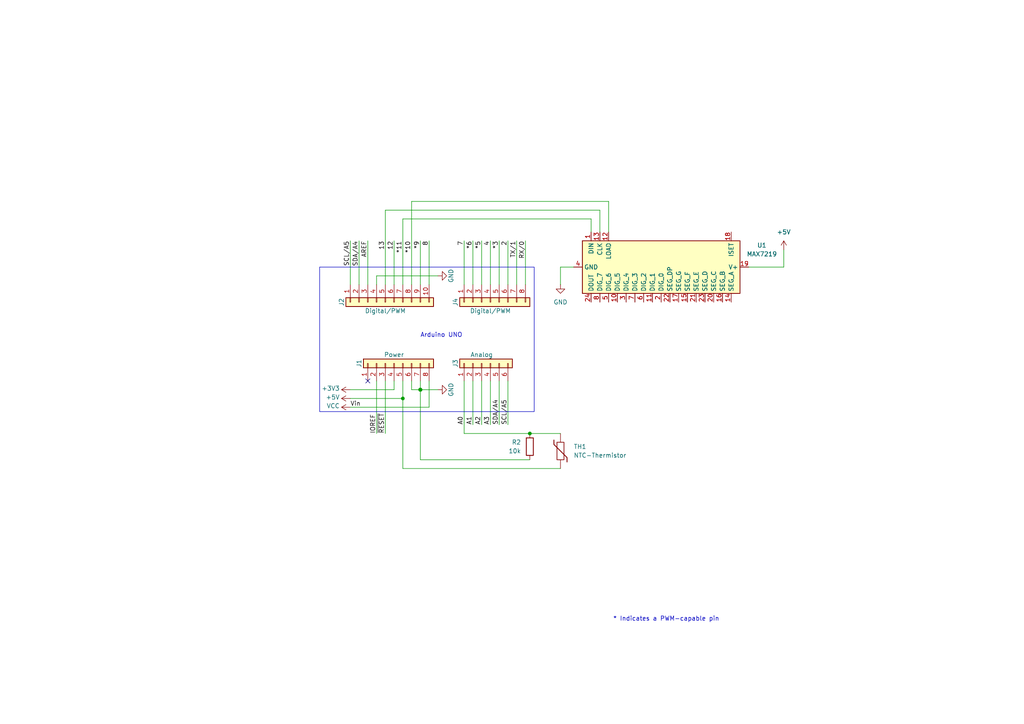
<source format=kicad_sch>
(kicad_sch (version 20231120) (generator "eeschema") (generator_version "8.0")
  (paper "A4")
  (title_block (date "mar. 31 mars 2015"))
  (lib_symbols
    (symbol "+5V_1" (power) (pin_numbers hide) (pin_names (offset 0) hide)
      (property "Value" "+5V" (at 0 3.556 0))
      (symbol "+5V_1_0_1"
        (polyline (pts (xy -0.762 1.27) (xy 0 2.54)))
        (polyline (pts (xy 0 0) (xy 0 2.54)))
        (polyline (pts (xy 0 2.54) (xy 0.762 1.27)))
      )
      (symbol "+5V_1_1_1"
        (pin power_in line (at 0 0 90) (length 0) (name "~") (number "1"))
      )
    )
    (symbol "Connector_Generic:Conn_01x06" (pin_names (offset 1.016) hide)
      (property "Reference" "J" (at 0 7.62 0))
      (property "Value" "Conn_01x06" (at 0 -10.16 0))
      (symbol "Conn_01x06_1_1"
        (rectangle (start -1.27 -7.493) (end 0 -7.747) (stroke (width 0.1524)))
        (rectangle (start -1.27 -4.953) (end 0 -5.207) (stroke (width 0.1524)))
        (rectangle (start -1.27 -2.413) (end 0 -2.667) (stroke (width 0.1524)))
        (rectangle (start -1.27 0.127) (end 0 -0.127) (stroke (width 0.1524)))
        (rectangle (start -1.27 2.667) (end 0 2.413) (stroke (width 0.1524)))
        (rectangle (start -1.27 5.207) (end 0 4.953) (stroke (width 0.1524)))
        (rectangle (start -1.27 6.35) (end 1.27 -8.89) (stroke (width 0.254)) (fill (type background)))
        (pin passive line (at -5.08 5.08 0) (length 3.81) (name "Pin_1") (number "1"))
        (pin passive line (at -5.08 2.54 0) (length 3.81) (name "Pin_2") (number "2"))
        (pin passive line (at -5.08 0 0) (length 3.81) (name "Pin_3") (number "3"))
        (pin passive line (at -5.08 -2.54 0) (length 3.81) (name "Pin_4") (number "4"))
        (pin passive line (at -5.08 -5.08 0) (length 3.81) (name "Pin_5") (number "5"))
        (pin passive line (at -5.08 -7.62 0) (length 3.81) (name "Pin_6") (number "6"))
      )
    )
    (symbol "Connector_Generic:Conn_01x08" (pin_names (offset 1.016) hide)
      (property "Reference" "J" (at 0 10.16 0))
      (property "Value" "Conn_01x08" (at 0 -12.7 0))
      (symbol "Conn_01x08_1_1"
        (rectangle (start -1.27 -10.033) (end 0 -10.287) (stroke (width 0.1524)))
        (rectangle (start -1.27 -7.493) (end 0 -7.747) (stroke (width 0.1524)))
        (rectangle (start -1.27 -4.953) (end 0 -5.207) (stroke (width 0.1524)))
        (rectangle (start -1.27 -2.413) (end 0 -2.667) (stroke (width 0.1524)))
        (rectangle (start -1.27 0.127) (end 0 -0.127) (stroke (width 0.1524)))
        (rectangle (start -1.27 2.667) (end 0 2.413) (stroke (width 0.1524)))
        (rectangle (start -1.27 5.207) (end 0 4.953) (stroke (width 0.1524)))
        (rectangle (start -1.27 7.747) (end 0 7.493) (stroke (width 0.1524)))
        (rectangle (start -1.27 8.89) (end 1.27 -11.43) (stroke (width 0.254)) (fill (type background)))
        (pin passive line (at -5.08 7.62 0) (length 3.81) (name "Pin_1") (number "1"))
        (pin passive line (at -5.08 5.08 0) (length 3.81) (name "Pin_2") (number "2"))
        (pin passive line (at -5.08 2.54 0) (length 3.81) (name "Pin_3") (number "3"))
        (pin passive line (at -5.08 0 0) (length 3.81) (name "Pin_4") (number "4"))
        (pin passive line (at -5.08 -2.54 0) (length 3.81) (name "Pin_5") (number "5"))
        (pin passive line (at -5.08 -5.08 0) (length 3.81) (name "Pin_6") (number "6"))
        (pin passive line (at -5.08 -7.62 0) (length 3.81) (name "Pin_7") (number "7"))
        (pin passive line (at -5.08 -10.16 0) (length 3.81) (name "Pin_8") (number "8"))
      )
    )
    (symbol "Connector_Generic:Conn_01x10" (pin_names (offset 1.016) hide)
      (property "Reference" "J" (at 0 12.7 0))
      (property "Value" "Conn_01x10" (at 0 -15.24 0))
      (symbol "Conn_01x10_1_1"
        (rectangle (start -1.27 -12.573) (end 0 -12.827) (stroke (width 0.1524)))
        (rectangle (start -1.27 -10.033) (end 0 -10.287) (stroke (width 0.1524)))
        (rectangle (start -1.27 -7.493) (end 0 -7.747) (stroke (width 0.1524)))
        (rectangle (start -1.27 -4.953) (end 0 -5.207) (stroke (width 0.1524)))
        (rectangle (start -1.27 -2.413) (end 0 -2.667) (stroke (width 0.1524)))
        (rectangle (start -1.27 0.127) (end 0 -0.127) (stroke (width 0.1524)))
        (rectangle (start -1.27 2.667) (end 0 2.413) (stroke (width 0.1524)))
        (rectangle (start -1.27 5.207) (end 0 4.953) (stroke (width 0.1524)))
        (rectangle (start -1.27 7.747) (end 0 7.493) (stroke (width 0.1524)))
        (rectangle (start -1.27 10.287) (end 0 10.033) (stroke (width 0.1524)))
        (rectangle (start -1.27 11.43) (end 1.27 -13.97) (stroke (width 0.254)) (fill (type background)))
        (pin passive line (at -5.08 10.16 0) (length 3.81) (name "Pin_1") (number "1"))
        (pin passive line (at -5.08 -12.7 0) (length 3.81) (name "Pin_10") (number "10"))
        (pin passive line (at -5.08 7.62 0) (length 3.81) (name "Pin_2") (number "2"))
        (pin passive line (at -5.08 5.08 0) (length 3.81) (name "Pin_3") (number "3"))
        (pin passive line (at -5.08 2.54 0) (length 3.81) (name "Pin_4") (number "4"))
        (pin passive line (at -5.08 0 0) (length 3.81) (name "Pin_5") (number "5"))
        (pin passive line (at -5.08 -2.54 0) (length 3.81) (name "Pin_6") (number "6"))
        (pin passive line (at -5.08 -5.08 0) (length 3.81) (name "Pin_7") (number "7"))
        (pin passive line (at -5.08 -7.62 0) (length 3.81) (name "Pin_8") (number "8"))
        (pin passive line (at -5.08 -10.16 0) (length 3.81) (name "Pin_9") (number "9"))
      )
    )
    (symbol "Device:R" (pin_numbers hide) (pin_names (offset 0))
      (property "Reference" "R" (at 2.032 0 90))
      (property "Value" "R" (at 0 0 90))
      (symbol "R_0_1"
        (rectangle (start -1.016 -2.54) (end 1.016 2.54) (stroke (width 0.254)))
      )
      (symbol "R_1_1"
        (pin passive line (at 0 3.81 270) (length 1.27) (name "~") (number "1"))
        (pin passive line (at 0 -3.81 90) (length 1.27) (name "~") (number "2"))
      )
    )
    (symbol "Device:Thermistor" (pin_numbers hide) (pin_names (offset 0))
      (property "Reference" "TH" (at 2.54 1.27 90))
      (property "Value" "Thermistor" (at -2.54 0 90))
      (symbol "Thermistor_0_1"
        (rectangle (start -1.016 2.54) (end 1.016 -2.54) (stroke (width 0.2032)))
        (polyline (pts (xy -1.905 3.175) (xy -1.905 1.905) (xy 1.905 -1.905) (xy 1.905 -3.175) (xy 1.905 -3.175)) (stroke (width 0.254)))
      )
      (symbol "Thermistor_1_1"
        (pin passive line (at 0 5.08 270) (length 2.54) (name "~") (number "1"))
        (pin passive line (at 0 -5.08 90) (length 2.54) (name "~") (number "2"))
      )
    )
    (symbol "Driver_LED:MAX7219"
      (property "Reference" "U" (at -6.35 24.13 0))
      (property "Value" "MAX7219" (at 1.27 25.4 0))
      (symbol "MAX7219_0_1"
        (rectangle (start -7.62 22.86) (end 7.62 -22.86) (stroke (width 0.254)) (fill (type background)))
      )
      (symbol "MAX7219_1_1"
        (pin input line (at -10.16 -20.32 0) (length 2.54) (name "DIN") (number "1"))
        (pin output line (at 10.16 -12.7 180) (length 2.54) (name "DIG_5") (number "10"))
        (pin output line (at 10.16 -2.54 180) (length 2.54) (name "DIG_1") (number "11"))
        (pin input line (at -10.16 -15.24 0) (length 2.54) (name "LOAD") (number "12"))
        (pin input line (at -10.16 -17.78 0) (length 2.54) (name "CLK") (number "13"))
        (pin output line (at 10.16 20.32 180) (length 2.54) (name "SEG_A") (number "14"))
        (pin output line (at 10.16 7.62 180) (length 2.54) (name "SEG_F") (number "15"))
        (pin output line (at 10.16 17.78 180) (length 2.54) (name "SEG_B") (number "16"))
        (pin output line (at 10.16 5.08 180) (length 2.54) (name "SEG_G") (number "17"))
        (pin input line (at -10.16 20.32 0) (length 2.54) (name "ISET") (number "18"))
        (pin power_in line (at 0 25.4 270) (length 2.54) (name "V+") (number "19"))
        (pin output line (at 10.16 0 180) (length 2.54) (name "DIG_0") (number "2"))
        (pin output line (at 10.16 15.24 180) (length 2.54) (name "SEG_C") (number "20"))
        (pin output line (at 10.16 10.16 180) (length 2.54) (name "SEG_E") (number "21"))
        (pin output line (at 10.16 2.54 180) (length 2.54) (name "SEG_DP") (number "22"))
        (pin output line (at 10.16 12.7 180) (length 2.54) (name "SEG_D") (number "23"))
        (pin output line (at 10.16 -20.32 180) (length 2.54) (name "DOUT") (number "24"))
        (pin output line (at 10.16 -10.16 180) (length 2.54) (name "DIG_4") (number "3"))
        (pin power_in line (at 0 -25.4 90) (length 2.54) (name "GND") (number "4"))
        (pin output line (at 10.16 -15.24 180) (length 2.54) (name "DIG_6") (number "5"))
        (pin output line (at 10.16 -5.08 180) (length 2.54) (name "DIG_2") (number "6"))
        (pin output line (at 10.16 -7.62 180) (length 2.54) (name "DIG_3") (number "7"))
        (pin output line (at 10.16 -17.78 180) (length 2.54) (name "DIG_7") (number "8"))
        (pin passive line (at 0 -25.4 90) (length 2.54) hide (name "GND") (number "9"))
      )
    )
    (symbol "GND_1" (power) (pin_numbers hide) (pin_names (offset 0) hide)
      (property "Value" "GND" (at 0 -3.81 0))
      (symbol "GND_1_0_1"
        (polyline (pts (xy 0 0) (xy 0 -1.27) (xy 1.27 -1.27) (xy 0 -2.54) (xy -1.27 -1.27) (xy 0 -1.27)))
      )
      (symbol "GND_1_1_1"
        (pin power_in line (at 0 0 270) (length 0) (name "~") (number "1"))
      )
    )
    (symbol "power:+3V3" (power) (pin_names (offset 0))
      (property "Value" "+3V3" (at 0 3.556 0))
      (symbol "+3V3_0_1"
        (polyline (pts (xy -0.762 1.27) (xy 0 2.54)))
        (polyline (pts (xy 0 0) (xy 0 2.54)))
        (polyline (pts (xy 0 2.54) (xy 0.762 1.27)))
      )
      (symbol "+3V3_1_1"
        (pin power_in line (at 0 0 90) (length 0) hide (name "+3V3") (number "1"))
      )
    )
    (symbol "power:+5V" (power) (pin_names (offset 0))
      (property "Value" "+5V" (at 0 3.556 0))
      (symbol "+5V_0_1"
        (polyline (pts (xy -0.762 1.27) (xy 0 2.54)))
        (polyline (pts (xy 0 0) (xy 0 2.54)))
        (polyline (pts (xy 0 2.54) (xy 0.762 1.27)))
      )
      (symbol "+5V_1_1"
        (pin power_in line (at 0 0 90) (length 0) hide (name "+5V") (number "1"))
      )
    )
    (symbol "power:GND" (power) (pin_names (offset 0))
      (property "Value" "GND" (at 0 -3.81 0))
      (symbol "GND_0_1"
        (polyline (pts (xy 0 0) (xy 0 -1.27) (xy 1.27 -1.27) (xy 0 -2.54) (xy -1.27 -1.27) (xy 0 -1.27)))
      )
      (symbol "GND_1_1"
        (pin power_in line (at 0 0 270) (length 0) hide (name "GND") (number "1"))
      )
    )
    (symbol "power:VCC" (power) (pin_names (offset 0))
      (property "Value" "VCC" (at 0 3.81 0))
      (symbol "VCC_0_1"
        (polyline (pts (xy -0.762 1.27) (xy 0 2.54)))
        (polyline (pts (xy 0 0) (xy 0 2.54)))
        (polyline (pts (xy 0 2.54) (xy 0.762 1.27)))
      )
      (symbol "VCC_1_1"
        (pin power_in line (at 0 0 90) (length 0) hide (name "VCC") (number "1"))
      )
    )
  )
  (junction (at 153.67 125.73))
  (junction (at 121.92 113.03) (diameter 1.016))
  (junction (at 116.84 115.57))
  (no_connect (at 106.68 110.49))
  (wire (pts (xy 116.84 135.89) (xy 162.56 135.89)))
  (wire (pts (xy 152.4 82.55) (xy 152.4 69.85)))
  (wire (pts (xy 166.37 77.47) (xy 162.56 77.47)))
  (wire (pts (xy 101.6 82.55) (xy 101.6 69.85)))
  (wire (pts (xy 119.38 113.03) (xy 121.92 113.03)))
  (wire (pts (xy 147.32 123.19) (xy 147.32 110.49)))
  (wire (pts (xy 121.92 113.03) (xy 127 113.03)))
  (wire (pts (xy 114.3 113.03) (xy 114.3 110.49)))
  (wire (pts (xy 116.84 115.57) (xy 116.84 110.49)))
  (wire (pts (xy 101.6 115.57) (xy 116.84 115.57)))
  (wire (pts (xy 111.76 60.96) (xy 111.76 82.55)))
  (wire (pts (xy 101.6 113.03) (xy 114.3 113.03)))
  (wire (pts (xy 134.62 82.55) (xy 134.62 69.85)))
  (wire (pts (xy 134.62 110.49) (xy 134.62 125.73)))
  (wire (pts (xy 121.92 113.03) (xy 121.92 133.35)))
  (wire (pts (xy 114.3 82.55) (xy 114.3 69.85)))
  (wire (pts (xy 134.62 125.73) (xy 153.67 125.73)))
  (wire (pts (xy 137.16 82.55) (xy 137.16 69.85)))
  (wire (pts (xy 171.45 63.5) (xy 116.84 63.5)))
  (wire (pts (xy 116.84 63.5) (xy 116.84 82.55)))
  (wire (pts (xy 116.84 135.89) (xy 116.84 115.57)))
  (wire (pts (xy 153.67 125.73) (xy 162.56 125.73)))
  (wire (pts (xy 121.92 82.55) (xy 121.92 69.85)))
  (wire (pts (xy 173.99 60.96) (xy 111.76 60.96)))
  (wire (pts (xy 162.56 77.47) (xy 162.56 82.55)))
  (wire (pts (xy 142.24 82.55) (xy 142.24 69.85)))
  (wire (pts (xy 153.67 133.35) (xy 121.92 133.35)))
  (wire (pts (xy 227.33 77.47) (xy 217.17 77.47)))
  (wire (pts (xy 109.22 125.73) (xy 109.22 110.49)))
  (wire (pts (xy 119.38 58.42) (xy 119.38 82.55)))
  (wire (pts (xy 109.22 80.01) (xy 127 80.01)))
  (wire (pts (xy 106.68 82.55) (xy 106.68 69.85)))
  (wire (pts (xy 171.45 67.31) (xy 171.45 63.5)))
  (wire (pts (xy 147.32 69.85) (xy 147.32 82.55)))
  (wire (pts (xy 227.33 72.39) (xy 227.33 77.47)))
  (wire (pts (xy 139.7 110.49) (xy 139.7 123.19)))
  (wire (pts (xy 111.76 125.73) (xy 111.76 110.49)))
  (wire (pts (xy 121.92 110.49) (xy 121.92 113.03)))
  (wire (pts (xy 173.99 67.31) (xy 173.99 60.96)))
  (wire (pts (xy 124.46 110.49) (xy 124.46 118.11)))
  (wire (pts (xy 137.16 123.19) (xy 137.16 110.49)))
  (wire (pts (xy 109.22 82.55) (xy 109.22 80.01)))
  (wire (pts (xy 119.38 110.49) (xy 119.38 113.03)))
  (wire (pts (xy 139.7 82.55) (xy 139.7 69.85)))
  (wire (pts (xy 176.53 67.31) (xy 176.53 58.42)))
  (wire (pts (xy 142.24 123.19) (xy 142.24 110.49)))
  (wire (pts (xy 104.14 82.55) (xy 104.14 69.85)))
  (wire (pts (xy 144.78 82.55) (xy 144.78 69.85)))
  (wire (pts (xy 176.53 58.42) (xy 119.38 58.42)))
  (wire (pts (xy 149.86 82.55) (xy 149.86 69.85)))
  (wire (pts (xy 124.46 118.11) (xy 101.6 118.11)))
  (wire (pts (xy 144.78 110.49) (xy 144.78 123.19)))
  (wire (pts (xy 124.46 82.55) (xy 124.46 69.85)))
  (rectangle (start 92.71 77.47) (end 154.94 119.38))
  (text "Arduino UNO" (at 128.016 97.282 0) (effects (font (size 1.27 1.27))))
  (text "* Indicates a PWM-capable pin" (at 177.8 180.34 0) (effects (font (size 1.27 1.27)) (justify left bottom)))
  (label "RX{slash}0" (at 152.4 69.85 270))
  (label "A2" (at 139.7 123.19 90))
  (label "4" (at 142.24 69.85 270))
  (label "2" (at 147.32 69.85 270))
  (label "A3" (at 142.24 123.19 90))
  (label "13" (at 111.76 69.85 270))
  (label "12" (at 114.3 69.85 270))
  (label "~{RESET}" (at 111.76 125.73 90))
  (label "*10" (at 119.38 69.85 270))
  (label "7" (at 134.62 69.85 270))
  (label "SDA{slash}A4" (at 104.14 69.85 270))
  (label "8" (at 124.46 69.85 270))
  (label "*11" (at 116.84 69.85 270))
  (label "*3" (at 144.78 69.85 270))
  (label "A1" (at 137.16 123.19 90))
  (label "TX{slash}1" (at 149.86 69.85 270))
  (label "A0" (at 134.62 123.19 90))
  (label "AREF" (at 106.68 69.85 270))
  (label "Vin" (at 101.6 118.11 0))
  (label "*6" (at 137.16 69.85 270))
  (label "SCL{slash}A5" (at 101.6 69.85 270))
  (label "*9" (at 121.92 69.85 270))
  (label "*5" (at 139.7 69.85 270))
  (label "IOREF" (at 109.22 125.73 90))
  (label "SDA{slash}A4" (at 144.78 123.19 90))
  (label "SCL{slash}A5" (at 147.32 123.19 90))
  (symbol (lib_id "Connector_Generic:Conn_01x08") (at 114.3 105.41 90) (unit 1)
    (property "Reference" "J1" (at 104.14 105.41 0))
    (property "Value" "Power" (at 114.3 102.87 90))
    (property "Footprint" "Connector_PinSocket_2.54mm:PinSocket_1x08_P2.54mm_Vertical" (effects (hide yes)))
  )
  (symbol (lib_id "power:+3V3") (at 101.6 113.03 90) (unit 1)
    (property "Reference" "#PWR03" (effects (hide yes)))
    (property "Value" "+3V3" (at 98.552 112.649 90) (effects (justify left)))
  )
  (symbol (lib_id "power:+5V") (at 101.6 115.57 90) (unit 1)
    (property "Reference" "#PWR02" (effects (hide yes)))
    (property "Value" "+5V" (at 98.552 115.2144 90) (effects (justify left)))
  )
  (symbol (lib_id "power:GND") (at 127 113.03 90) (unit 1)
    (property "Reference" "#PWR04" (effects (hide yes)))
    (property "Value" "GND" (at 130.81 113.03 0))
  )
  (symbol (lib_id "Connector_Generic:Conn_01x10") (at 111.76 87.63 90) (mirror x) (unit 1)
    (property "Reference" "J2" (at 99.06 87.63 0))
    (property "Value" "Digital/PWM" (at 111.76 90.17 90))
    (property "Footprint" "Connector_PinSocket_2.54mm:PinSocket_1x10_P2.54mm_Vertical" (effects (hide yes)))
  )
  (symbol (lib_id "power:GND") (at 127 80.01 90) (unit 1)
    (property "Reference" "#PWR05" (effects (hide yes)))
    (property "Value" "GND" (at 130.81 80.01 0))
  )
  (symbol (lib_id "Connector_Generic:Conn_01x06") (at 139.7 105.41 90) (unit 1)
    (property "Reference" "J3" (at 132.08 105.41 0))
    (property "Value" "Analog" (at 139.7 102.87 90))
    (property "Footprint" "Connector_PinSocket_2.54mm:PinSocket_1x06_P2.54mm_Vertical" (effects (hide yes)))
  )
  (symbol (lib_id "Connector_Generic:Conn_01x08") (at 142.24 87.63 90) (mirror x) (unit 1)
    (property "Reference" "J4" (at 132.08 87.63 0))
    (property "Value" "Digital/PWM" (at 142.24 90.17 90))
    (property "Footprint" "Connector_PinSocket_2.54mm:PinSocket_1x08_P2.54mm_Vertical" (effects (hide yes)))
  )
  (symbol (lib_name "GND_1") (lib_id "power:GND") (at 162.56 82.55 0) (unit 1)
    (property "Reference" "#PWR6" (effects (hide yes)))
    (property "Value" "GND" (at 162.56 87.63 0))
    (property "Description" "Power symbol creates a global label with name \"GND\" , ground" (effects (hide yes)))
  )
  (symbol (lib_id "power:VCC") (at 101.6 118.11 90) (unit 1)
    (property "Reference" "#PWR01" (effects (hide yes)))
    (property "Value" "VCC" (at 98.552 117.729 90) (effects (justify left)))
  )
  (symbol (lib_id "Driver_LED:MAX7219") (at 191.77 77.47 270) (unit 1)
    (property "Reference" "U1" (at 220.98 71.1514 90))
    (property "Value" "MAX7219" (at 220.98 73.6914 90))
    (property "Datasheet" "https://datasheets.maximintegrated.com/en/ds/MAX7219-MAX7221.pdf" (effects (hide yes)))
    (property "Description" "8-Digit LED Display Driver" (effects (hide yes)))
  )
  (symbol (lib_name "+5V_1") (lib_id "power:+5V") (at 227.33 72.39 0) (unit 1)
    (property "Reference" "#PWR7" (effects (hide yes)))
    (property "Value" "+5V" (at 227.33 67.31 0))
    (property "Description" "Power symbol creates a global label with name \"+5V\"" (effects (hide yes)))
  )
  (symbol (lib_id "Device:Thermistor") (at 162.56 130.81 0) (unit 1)
    (property "Reference" "TH1" (at 166.37 129.5399 0) (effects (justify left)))
    (property "Value" "NTC-Thermistor" (at 166.37 132.0799 0) (effects (justify left)))
    (property "Description" "Temperature dependent resistor" (effects (hide yes)))
  )
  (symbol (lib_id "Device:R") (at 153.67 129.54 0) (mirror y) (unit 1)
    (property "Reference" "R2" (at 151.13 128.2699 0) (effects (justify left)))
    (property "Value" "10k" (at 151.13 130.8099 0) (effects (justify left)))
    (property "Description" "Resistor" (effects (hide yes)))
  )
)
</source>
